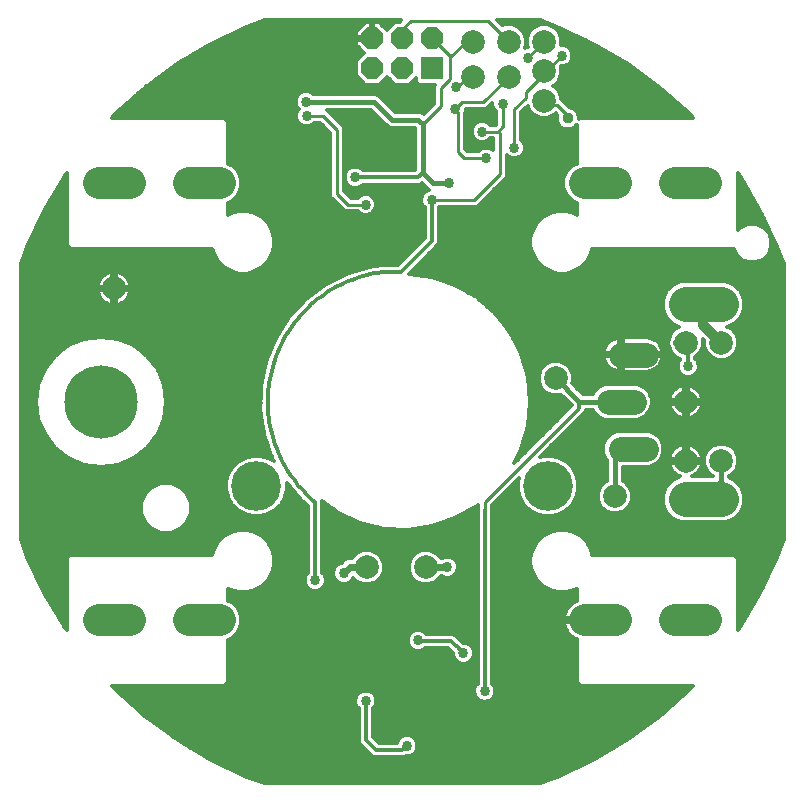
<source format=gbl>
G75*
%MOIN*%
%OFA0B0*%
%FSLAX24Y24*%
%IPPOS*%
%LPD*%
%AMOC8*
5,1,8,0,0,1.08239X$1,22.5*
%
%ADD10C,0.2441*%
%ADD11C,0.0827*%
%ADD12C,0.1181*%
%ADD13R,0.0740X0.0740*%
%ADD14OC8,0.0740*%
%ADD15C,0.1050*%
%ADD16C,0.0787*%
%ADD17C,0.1660*%
%ADD18C,0.0337*%
%ADD19C,0.0240*%
%ADD20C,0.0297*%
%ADD21C,0.0120*%
%ADD22C,0.0100*%
%ADD23C,0.0320*%
%ADD24C,0.0160*%
%ADD25C,0.0376*%
%ADD26C,0.0240*%
D10*
X003920Y013960D03*
D11*
X020849Y013960D02*
X021676Y013960D01*
X022070Y015534D02*
X021243Y015534D01*
X021243Y012385D02*
X022070Y012385D01*
D12*
X023408Y010711D02*
X024589Y010711D01*
X024589Y017208D02*
X023408Y017208D01*
D13*
X014960Y025074D03*
D14*
X013960Y025074D03*
X012960Y025074D03*
X012960Y026074D03*
X013960Y026074D03*
X014960Y026074D03*
D15*
X020035Y021243D02*
X021085Y021243D01*
X023035Y021243D02*
X024085Y021243D01*
X007885Y021243D02*
X006835Y021243D01*
X004885Y021243D02*
X003835Y021243D01*
X003835Y006676D02*
X004885Y006676D01*
X006835Y006676D02*
X007885Y006676D01*
X020035Y006676D02*
X021085Y006676D01*
X023035Y006676D02*
X024085Y006676D01*
D16*
X021046Y010810D03*
X023408Y011991D03*
X024589Y011991D03*
X023408Y013960D03*
X023408Y015928D03*
X024589Y015928D03*
X019078Y014747D03*
X014747Y008448D03*
X012778Y008448D03*
X004353Y017739D03*
X016322Y024786D03*
X017503Y024786D03*
X018684Y024983D03*
X018684Y023999D03*
X018684Y025967D03*
X017503Y025967D03*
X016322Y025967D03*
D17*
X018818Y011154D03*
X009101Y011154D03*
D18*
X009019Y012936D03*
X008940Y014668D03*
X008822Y015889D03*
X007611Y015790D03*
X006578Y014816D03*
X006430Y013192D03*
X005593Y011912D03*
X002293Y011556D03*
X002539Y009484D03*
X010111Y006897D03*
X011056Y008015D03*
X012011Y008245D03*
X011774Y009589D03*
X013782Y008920D03*
X015456Y008448D03*
X015711Y009589D03*
X017444Y010613D03*
X019748Y012492D03*
X018728Y013761D03*
X019836Y016125D03*
X022208Y018113D03*
X023487Y015141D03*
X026398Y015528D03*
X026346Y017608D03*
X026398Y012329D03*
X026368Y010110D03*
X023546Y009393D03*
X021837Y009967D03*
X025436Y007424D03*
X022129Y003694D03*
X020639Y002746D03*
X018428Y001725D03*
X016715Y004314D03*
X015574Y004397D03*
X014431Y004325D03*
X012747Y003983D03*
X011676Y004215D03*
X010155Y004983D03*
X007444Y003029D03*
X009402Y001814D03*
X012818Y001715D03*
X014107Y002493D03*
X015999Y005582D03*
X014486Y006003D03*
X018034Y006906D03*
X005042Y016774D03*
X005295Y018131D03*
X002365Y018226D03*
X002365Y016351D03*
X002490Y020351D03*
X005857Y024406D03*
X008088Y023717D03*
X008924Y023015D03*
X010771Y023487D03*
X010763Y023956D03*
X010723Y025113D03*
X010723Y026392D03*
X008194Y025780D03*
X012503Y023566D03*
X013787Y022916D03*
X013802Y022119D03*
X012532Y022119D03*
X012385Y021440D03*
X012739Y020534D03*
X011794Y020249D03*
X013428Y018950D03*
X014137Y019629D03*
X014944Y020692D03*
X015534Y021243D03*
X016765Y022080D03*
X017700Y022424D03*
X016617Y022965D03*
X016957Y023586D03*
X017306Y023900D03*
X015731Y023704D03*
X015761Y024452D03*
X018143Y025426D03*
X019274Y025495D03*
X022380Y024028D03*
X019388Y022257D03*
X016322Y019334D03*
X015042Y018556D03*
X016952Y018290D03*
X012286Y018556D03*
D19*
X010913Y022444D03*
X010908Y022719D03*
X010633Y022719D03*
X010633Y022444D03*
D20*
X011105Y021479D03*
D21*
X012423Y003854D02*
X004969Y003854D01*
X004838Y003972D02*
X012399Y003972D01*
X012399Y003914D02*
X012452Y003786D01*
X012507Y003730D01*
X012507Y002624D01*
X012543Y002536D01*
X012870Y002209D01*
X012938Y002142D01*
X013026Y002105D01*
X014007Y002105D01*
X014095Y002142D01*
X014098Y002145D01*
X014176Y002145D01*
X014305Y002198D01*
X014403Y002296D01*
X014456Y002424D01*
X014456Y002562D01*
X014403Y002690D01*
X014305Y002788D01*
X014176Y002841D01*
X014038Y002841D01*
X013910Y002788D01*
X013812Y002690D01*
X013768Y002585D01*
X013173Y002585D01*
X012987Y002772D01*
X012987Y003730D01*
X013042Y003786D01*
X013095Y003914D01*
X013095Y004052D01*
X013042Y004181D01*
X012944Y004279D01*
X012816Y004332D01*
X012678Y004332D01*
X012550Y004279D01*
X012452Y004181D01*
X012399Y004052D01*
X012399Y003914D01*
X012414Y004091D02*
X004707Y004091D01*
X004576Y004209D02*
X012480Y004209D01*
X012668Y004328D02*
X004445Y004328D01*
X004383Y004383D02*
X004281Y004496D01*
X008034Y004496D01*
X008140Y004602D01*
X008140Y006019D01*
X008284Y006078D01*
X008482Y006277D01*
X008590Y006536D01*
X008590Y006816D01*
X016475Y006816D01*
X016475Y006698D02*
X008590Y006698D01*
X008590Y006816D02*
X008482Y007075D01*
X008284Y007274D01*
X008140Y007334D01*
X008140Y007734D01*
X008243Y007675D01*
X008508Y007604D01*
X008782Y007604D01*
X009046Y007675D01*
X009284Y007812D01*
X009477Y008006D01*
X009614Y008243D01*
X009685Y008508D01*
X009685Y008782D01*
X009614Y009046D01*
X009477Y009284D01*
X009284Y009477D01*
X009046Y009614D01*
X008782Y009685D01*
X008508Y009685D01*
X008243Y009614D01*
X008006Y009477D01*
X007812Y009284D01*
X007675Y009046D01*
X007624Y008856D01*
X002885Y008856D01*
X002780Y008751D01*
X002780Y006337D01*
X002702Y006443D01*
X002025Y007589D01*
X001467Y008798D01*
X001250Y009382D01*
X001250Y018537D01*
X001467Y019121D01*
X002025Y020330D01*
X002702Y021476D01*
X002780Y021582D01*
X002780Y019168D01*
X002885Y019063D01*
X007624Y019063D01*
X007675Y018873D01*
X007812Y018635D01*
X008006Y018442D01*
X008243Y018305D01*
X008508Y018234D01*
X008782Y018234D01*
X009046Y018305D01*
X009284Y018442D01*
X009477Y018635D01*
X009614Y018873D01*
X009685Y019137D01*
X009685Y019411D01*
X009614Y019676D01*
X009477Y019913D01*
X009284Y020107D01*
X009046Y020244D01*
X008782Y020315D01*
X008508Y020315D01*
X008243Y020244D01*
X008140Y020185D01*
X008140Y020586D01*
X008284Y020645D01*
X008482Y020844D01*
X008590Y021103D01*
X008590Y021383D01*
X008482Y021642D01*
X008284Y021841D01*
X008140Y021900D01*
X008140Y023318D01*
X008034Y023423D01*
X004281Y023423D01*
X004383Y023536D01*
X005371Y024428D01*
X006443Y025217D01*
X007589Y025894D01*
X008798Y026452D01*
X009382Y026669D01*
X013923Y026669D01*
X013877Y026624D01*
X013732Y026624D01*
X013445Y026337D01*
X013179Y026604D01*
X013000Y026604D01*
X013000Y026114D01*
X012920Y026114D01*
X012920Y026604D01*
X012740Y026604D01*
X012430Y026293D01*
X012430Y026114D01*
X012920Y026114D01*
X012920Y026034D01*
X012430Y026034D01*
X012430Y025854D01*
X012696Y025588D01*
X012410Y025302D01*
X006587Y025302D01*
X006397Y025184D02*
X012410Y025184D01*
X012410Y025302D02*
X012410Y024846D01*
X012732Y024524D01*
X013187Y024524D01*
X013460Y024796D01*
X013732Y024524D01*
X014187Y024524D01*
X014410Y024746D01*
X014410Y024629D01*
X014515Y024524D01*
X015035Y024524D01*
X015009Y024498D01*
X015009Y023897D01*
X015002Y023890D01*
X014670Y023558D01*
X014648Y023580D01*
X014553Y023619D01*
X013723Y023619D01*
X013162Y024180D01*
X013066Y024220D01*
X013021Y024220D01*
X013015Y024222D01*
X012969Y024220D01*
X012924Y024220D01*
X012918Y024217D01*
X012886Y024216D01*
X010995Y024216D01*
X010960Y024251D01*
X010832Y024304D01*
X010693Y024304D01*
X010565Y024251D01*
X010467Y024153D01*
X010414Y024025D01*
X010414Y023886D01*
X010467Y023758D01*
X010508Y023717D01*
X010475Y023684D01*
X010422Y023556D01*
X010422Y023418D01*
X010475Y023290D01*
X010573Y023192D01*
X010701Y023139D01*
X010840Y023139D01*
X010968Y023192D01*
X011033Y023257D01*
X011226Y023257D01*
X011564Y022919D01*
X011564Y020793D01*
X011919Y020439D01*
X012053Y020304D01*
X012476Y020304D01*
X012542Y020239D01*
X012670Y020186D01*
X012808Y020186D01*
X012936Y020239D01*
X013034Y020337D01*
X013087Y020465D01*
X013087Y020604D01*
X013034Y020732D01*
X012936Y020830D01*
X012808Y020883D01*
X012670Y020883D01*
X012542Y020830D01*
X012476Y020764D01*
X012244Y020764D01*
X012024Y020984D01*
X012024Y023110D01*
X011889Y023245D01*
X011438Y023696D01*
X012847Y023696D01*
X012853Y023693D01*
X012899Y023696D01*
X012911Y023696D01*
X013395Y023212D01*
X013468Y023139D01*
X013563Y023099D01*
X014389Y023099D01*
X014389Y021680D01*
X012637Y021680D01*
X012582Y021735D01*
X012454Y021788D01*
X012315Y021788D01*
X012187Y021735D01*
X012089Y021637D01*
X012036Y021509D01*
X012036Y021371D01*
X012089Y021242D01*
X012187Y021144D01*
X012315Y021091D01*
X012454Y021091D01*
X012582Y021144D01*
X012637Y021200D01*
X014549Y021200D01*
X014633Y021235D01*
X014765Y021103D01*
X014802Y021066D01*
X014842Y021027D01*
X014746Y020987D01*
X014648Y020889D01*
X014595Y020761D01*
X014595Y020623D01*
X014648Y020494D01*
X014704Y020439D01*
X014704Y019423D01*
X013811Y018530D01*
X013454Y018530D01*
X013443Y018534D01*
X013407Y018530D01*
X013370Y018530D01*
X013360Y018526D01*
X012981Y018490D01*
X012981Y018490D01*
X012178Y018263D01*
X011430Y017896D01*
X010760Y017399D01*
X010191Y016790D01*
X009741Y016088D01*
X009425Y015317D01*
X009253Y014501D01*
X009231Y013668D01*
X009359Y012844D01*
X009634Y012057D01*
X009671Y011991D01*
X009491Y012096D01*
X009234Y012164D01*
X008968Y012164D01*
X008711Y012096D01*
X008481Y011963D01*
X008293Y011775D01*
X008160Y011544D01*
X008091Y011287D01*
X008091Y011021D01*
X008160Y010765D01*
X008293Y010534D01*
X008481Y010346D01*
X008711Y010213D01*
X008968Y010144D01*
X009234Y010144D01*
X009491Y010213D01*
X009721Y010346D01*
X009909Y010534D01*
X010042Y010765D01*
X010111Y011021D01*
X010111Y011255D01*
X010582Y010694D01*
X010582Y010694D01*
X010816Y010500D01*
X010816Y008267D01*
X010761Y008212D01*
X010708Y008084D01*
X010708Y007945D01*
X010761Y007817D01*
X010859Y007719D01*
X010987Y007666D01*
X011125Y007666D01*
X011253Y007719D01*
X011351Y007817D01*
X011404Y007945D01*
X011404Y008084D01*
X011351Y008212D01*
X011296Y008267D01*
X011296Y010577D01*
X011299Y010588D01*
X011296Y010624D01*
X011296Y010637D01*
X011824Y010261D01*
X011824Y010261D01*
X012563Y009924D01*
X013352Y009733D01*
X014163Y009694D01*
X014966Y009809D01*
X015734Y010075D01*
X016437Y010481D01*
X016485Y010523D01*
X016485Y010439D01*
X016475Y010415D01*
X016475Y004567D01*
X016420Y004511D01*
X016367Y004383D01*
X016367Y004245D01*
X016420Y004116D01*
X016518Y004018D01*
X016646Y003965D01*
X016785Y003965D01*
X016913Y004018D01*
X017011Y004116D01*
X017064Y004245D01*
X017064Y004383D01*
X017011Y004511D01*
X016955Y004567D01*
X016955Y010415D01*
X016945Y010439D01*
X016945Y010518D01*
X017842Y011415D01*
X017808Y011287D01*
X017808Y011021D01*
X017877Y010765D01*
X018010Y010534D01*
X018198Y010346D01*
X018428Y010213D01*
X018685Y010144D01*
X018951Y010144D01*
X019208Y010213D01*
X019438Y010346D01*
X019626Y010534D01*
X019759Y010765D01*
X019828Y011021D01*
X019828Y011287D01*
X019759Y011544D01*
X019626Y011775D01*
X019438Y011963D01*
X019208Y012096D01*
X018951Y012164D01*
X018685Y012164D01*
X018558Y012130D01*
X019977Y013549D01*
X020001Y013559D01*
X020069Y013627D01*
X020079Y013651D01*
X020095Y013667D01*
X020095Y013691D01*
X020099Y013700D01*
X020315Y013700D01*
X020346Y013623D01*
X020513Y013456D01*
X020731Y013366D01*
X021794Y013366D01*
X022012Y013456D01*
X022179Y013623D01*
X022269Y013841D01*
X022269Y014078D01*
X022179Y014296D01*
X022012Y014463D01*
X021794Y014553D01*
X020731Y014553D01*
X020513Y014463D01*
X020346Y014296D01*
X020315Y014220D01*
X019973Y014220D01*
X019624Y014568D01*
X019651Y014633D01*
X019651Y014861D01*
X019564Y015072D01*
X019403Y015233D01*
X019192Y015321D01*
X018964Y015321D01*
X018753Y015233D01*
X018591Y015072D01*
X018504Y014861D01*
X018504Y014633D01*
X018591Y014422D01*
X018753Y014261D01*
X018964Y014173D01*
X019192Y014173D01*
X019257Y014200D01*
X019617Y013840D01*
X017684Y011907D01*
X017924Y012372D01*
X017924Y012372D01*
X018153Y013151D01*
X018153Y013151D01*
X018230Y013960D01*
X018153Y014768D01*
X017924Y015547D01*
X017552Y016268D01*
X017552Y016268D01*
X017050Y016906D01*
X017050Y016906D01*
X016437Y017438D01*
X016437Y017438D01*
X015734Y017844D01*
X015734Y017844D01*
X014966Y018110D01*
X014182Y018222D01*
X015080Y019120D01*
X015147Y019188D01*
X015184Y019276D01*
X015184Y020439D01*
X015207Y020462D01*
X016456Y020462D01*
X017303Y021308D01*
X017438Y021443D01*
X017438Y022193D01*
X017502Y022129D01*
X017630Y022076D01*
X017769Y022076D01*
X017897Y022129D01*
X017995Y022227D01*
X018048Y022355D01*
X018048Y022493D01*
X017995Y022621D01*
X017930Y022687D01*
X017930Y023608D01*
X018138Y023817D01*
X018198Y023674D01*
X018359Y023513D01*
X018570Y023425D01*
X018798Y023425D01*
X019009Y023513D01*
X019075Y023578D01*
X019123Y023530D01*
X019103Y023482D01*
X019103Y023335D01*
X019159Y023200D01*
X019263Y023096D01*
X019398Y023040D01*
X019545Y023040D01*
X019680Y023096D01*
X019780Y023196D01*
X019780Y021900D01*
X019635Y021841D01*
X019437Y021642D01*
X019330Y021383D01*
X019330Y021103D01*
X019437Y020844D01*
X019635Y020645D01*
X019780Y020586D01*
X019780Y020185D01*
X019676Y020244D01*
X019411Y020315D01*
X019137Y020315D01*
X018873Y020244D01*
X018635Y020107D01*
X018442Y019913D01*
X018305Y019676D01*
X018234Y019411D01*
X018234Y019137D01*
X018305Y018873D01*
X018442Y018635D01*
X018635Y018442D01*
X018873Y018305D01*
X019137Y018234D01*
X019411Y018234D01*
X019676Y018305D01*
X019913Y018442D01*
X020107Y018635D01*
X020244Y018873D01*
X020295Y019063D01*
X025002Y019063D01*
X025078Y018881D01*
X025259Y018700D01*
X025495Y018602D01*
X025751Y018602D01*
X025987Y018700D01*
X026168Y018881D01*
X026266Y019117D01*
X026266Y019373D01*
X026168Y019609D01*
X025987Y019790D01*
X025751Y019888D01*
X025495Y019888D01*
X025259Y019790D01*
X025140Y019671D01*
X025140Y021582D01*
X025217Y021476D01*
X025894Y020330D01*
X026452Y019121D01*
X026669Y018537D01*
X026669Y009382D01*
X026452Y008798D01*
X025894Y007589D01*
X025217Y006443D01*
X025140Y006337D01*
X025140Y008751D01*
X025034Y008856D01*
X020295Y008856D01*
X020244Y009046D01*
X020107Y009284D01*
X019913Y009477D01*
X019676Y009614D01*
X019411Y009685D01*
X019137Y009685D01*
X018873Y009614D01*
X018635Y009477D01*
X018442Y009284D01*
X018305Y009046D01*
X018234Y008782D01*
X018234Y008508D01*
X018305Y008243D01*
X018442Y008006D01*
X018635Y007812D01*
X018873Y007675D01*
X019137Y007604D01*
X019411Y007604D01*
X019676Y007675D01*
X019780Y007734D01*
X019780Y007312D01*
X019731Y007292D01*
X019653Y007247D01*
X019582Y007192D01*
X019518Y007129D01*
X019464Y007057D01*
X019419Y006980D01*
X019384Y006897D01*
X019361Y006810D01*
X019352Y006736D01*
X019780Y006736D01*
X019780Y006616D01*
X019352Y006616D01*
X019361Y006542D01*
X019384Y006455D01*
X019419Y006372D01*
X019464Y006295D01*
X019518Y006223D01*
X019582Y006160D01*
X019653Y006105D01*
X019731Y006060D01*
X019780Y006040D01*
X019780Y004602D01*
X019885Y004496D01*
X023638Y004496D01*
X023536Y004383D01*
X022548Y003491D01*
X021476Y002702D01*
X020330Y002025D01*
X019121Y001467D01*
X018537Y001250D01*
X009382Y001250D01*
X008798Y001467D01*
X007589Y002025D01*
X006443Y002702D01*
X005371Y003491D01*
X004383Y004383D01*
X004326Y004446D02*
X016393Y004446D01*
X016367Y004328D02*
X012826Y004328D01*
X013014Y004209D02*
X016382Y004209D01*
X016446Y004091D02*
X013080Y004091D01*
X013095Y003972D02*
X016630Y003972D01*
X016801Y003972D02*
X023081Y003972D01*
X022950Y003854D02*
X013070Y003854D01*
X012992Y003735D02*
X022819Y003735D01*
X022688Y003617D02*
X012987Y003617D01*
X012987Y003498D02*
X022557Y003498D01*
X022397Y003380D02*
X012987Y003380D01*
X012987Y003261D02*
X022236Y003261D01*
X022075Y003143D02*
X012987Y003143D01*
X012987Y003024D02*
X021914Y003024D01*
X021753Y002906D02*
X012987Y002906D01*
X012987Y002787D02*
X013908Y002787D01*
X013803Y002669D02*
X013090Y002669D01*
X013074Y002345D02*
X013960Y002345D01*
X014107Y002493D01*
X014412Y002669D02*
X021419Y002669D01*
X021592Y002787D02*
X014306Y002787D01*
X014456Y002550D02*
X021219Y002550D01*
X021018Y002432D02*
X014456Y002432D01*
X014410Y002313D02*
X020817Y002313D01*
X020617Y002195D02*
X014297Y002195D01*
X013074Y002345D02*
X012747Y002672D01*
X012747Y003983D01*
X012502Y003735D02*
X005100Y003735D01*
X005231Y003617D02*
X012507Y003617D01*
X012507Y003498D02*
X005362Y003498D01*
X005522Y003380D02*
X012507Y003380D01*
X012507Y003261D02*
X005683Y003261D01*
X005844Y003143D02*
X012507Y003143D01*
X012507Y003024D02*
X006005Y003024D01*
X006166Y002906D02*
X012507Y002906D01*
X012507Y002787D02*
X006327Y002787D01*
X006500Y002669D02*
X012507Y002669D01*
X012538Y002550D02*
X006700Y002550D01*
X006901Y002432D02*
X012648Y002432D01*
X012767Y002313D02*
X007102Y002313D01*
X007302Y002195D02*
X012885Y002195D01*
X009072Y001365D02*
X018847Y001365D01*
X019156Y001484D02*
X008763Y001484D01*
X008506Y001602D02*
X019413Y001602D01*
X019670Y001721D02*
X008249Y001721D01*
X007993Y001839D02*
X019926Y001839D01*
X020183Y001958D02*
X007736Y001958D01*
X007503Y002076D02*
X020416Y002076D01*
X023212Y004091D02*
X016985Y004091D01*
X017049Y004209D02*
X023343Y004209D01*
X023474Y004328D02*
X017064Y004328D01*
X017038Y004446D02*
X023593Y004446D01*
X025140Y006342D02*
X025143Y006342D01*
X025140Y006461D02*
X025227Y006461D01*
X025297Y006579D02*
X025140Y006579D01*
X025140Y006698D02*
X025367Y006698D01*
X025437Y006816D02*
X025140Y006816D01*
X025140Y006935D02*
X025507Y006935D01*
X025577Y007053D02*
X025140Y007053D01*
X025140Y007172D02*
X025647Y007172D01*
X025717Y007290D02*
X025140Y007290D01*
X025140Y007409D02*
X025787Y007409D01*
X025857Y007527D02*
X025140Y007527D01*
X025140Y007646D02*
X025920Y007646D01*
X025975Y007764D02*
X025140Y007764D01*
X025140Y007883D02*
X026029Y007883D01*
X026084Y008001D02*
X025140Y008001D01*
X025140Y008120D02*
X026139Y008120D01*
X026193Y008238D02*
X025140Y008238D01*
X025140Y008357D02*
X026248Y008357D01*
X026303Y008475D02*
X025140Y008475D01*
X025140Y008594D02*
X026357Y008594D01*
X026412Y008712D02*
X025140Y008712D01*
X025060Y008831D02*
X026464Y008831D01*
X026508Y008949D02*
X020270Y008949D01*
X020232Y009068D02*
X026552Y009068D01*
X026596Y009186D02*
X020164Y009186D01*
X020086Y009305D02*
X026641Y009305D01*
X026669Y009423D02*
X019968Y009423D01*
X019802Y009542D02*
X026669Y009542D01*
X026669Y009660D02*
X019506Y009660D01*
X019043Y009660D02*
X016955Y009660D01*
X016955Y009542D02*
X018747Y009542D01*
X018581Y009423D02*
X016955Y009423D01*
X016955Y009305D02*
X018463Y009305D01*
X018385Y009186D02*
X016955Y009186D01*
X016955Y009068D02*
X018317Y009068D01*
X018279Y008949D02*
X016955Y008949D01*
X016955Y008831D02*
X018247Y008831D01*
X018234Y008712D02*
X016955Y008712D01*
X016955Y008594D02*
X018234Y008594D01*
X018242Y008475D02*
X016955Y008475D01*
X016955Y008357D02*
X018274Y008357D01*
X018308Y008238D02*
X016955Y008238D01*
X016955Y008120D02*
X018376Y008120D01*
X018446Y008001D02*
X016955Y008001D01*
X016955Y007883D02*
X018565Y007883D01*
X018718Y007764D02*
X016955Y007764D01*
X016955Y007646D02*
X018982Y007646D01*
X019567Y007646D02*
X019780Y007646D01*
X019780Y007527D02*
X016955Y007527D01*
X016955Y007409D02*
X019780Y007409D01*
X019728Y007290D02*
X016955Y007290D01*
X016955Y007172D02*
X019561Y007172D01*
X019461Y007053D02*
X016955Y007053D01*
X016955Y006935D02*
X019400Y006935D01*
X019363Y006816D02*
X016955Y006816D01*
X016955Y006698D02*
X019780Y006698D01*
X019356Y006579D02*
X016955Y006579D01*
X016955Y006461D02*
X019383Y006461D01*
X019436Y006342D02*
X016955Y006342D01*
X016955Y006224D02*
X019518Y006224D01*
X019654Y006105D02*
X016955Y006105D01*
X016955Y005987D02*
X019780Y005987D01*
X019780Y005868D02*
X016955Y005868D01*
X016955Y005750D02*
X019780Y005750D01*
X019780Y005631D02*
X016955Y005631D01*
X016955Y005513D02*
X019780Y005513D01*
X019780Y005394D02*
X016955Y005394D01*
X016955Y005276D02*
X019780Y005276D01*
X019780Y005157D02*
X016955Y005157D01*
X016955Y005039D02*
X019780Y005039D01*
X019780Y004920D02*
X016955Y004920D01*
X016955Y004802D02*
X019780Y004802D01*
X019780Y004683D02*
X016955Y004683D01*
X016958Y004565D02*
X019817Y004565D01*
X016715Y004314D02*
X016715Y010367D01*
X016475Y010371D02*
X016246Y010371D01*
X016437Y010481D02*
X016437Y010481D01*
X016447Y010490D02*
X016485Y010490D01*
X016475Y010253D02*
X016041Y010253D01*
X015836Y010134D02*
X016475Y010134D01*
X016475Y010016D02*
X015562Y010016D01*
X015219Y009897D02*
X016475Y009897D01*
X016475Y009779D02*
X014751Y009779D01*
X014163Y009694D02*
X014163Y009694D01*
X014458Y008949D02*
X013067Y008949D01*
X013103Y008934D02*
X012893Y009021D01*
X012664Y009021D01*
X012453Y008934D01*
X012292Y008773D01*
X012282Y008748D01*
X012154Y008748D01*
X012044Y008702D01*
X011930Y008588D01*
X011813Y008540D01*
X011715Y008442D01*
X011662Y008314D01*
X011662Y008175D01*
X011715Y008047D01*
X011813Y007949D01*
X011941Y007896D01*
X012080Y007896D01*
X012208Y007949D01*
X012306Y008047D01*
X012324Y008091D01*
X012453Y007961D01*
X012664Y007874D01*
X012893Y007874D01*
X013103Y007961D01*
X013265Y008123D01*
X013352Y008334D01*
X013352Y008562D01*
X013265Y008773D01*
X013103Y008934D01*
X013207Y008831D02*
X014318Y008831D01*
X014261Y008773D02*
X014173Y008562D01*
X014173Y008334D01*
X014261Y008123D01*
X014422Y007961D01*
X014633Y007874D01*
X014861Y007874D01*
X015072Y007961D01*
X015233Y008123D01*
X015244Y008148D01*
X015269Y008148D01*
X015386Y008099D01*
X015525Y008099D01*
X015653Y008152D01*
X015751Y008250D01*
X015804Y008378D01*
X015804Y008517D01*
X015751Y008645D01*
X015653Y008743D01*
X015525Y008796D01*
X015386Y008796D01*
X015269Y008748D01*
X015244Y008748D01*
X015233Y008773D01*
X015072Y008934D01*
X014861Y009021D01*
X014633Y009021D01*
X014422Y008934D01*
X014261Y008773D01*
X014235Y008712D02*
X013290Y008712D01*
X013339Y008594D02*
X014186Y008594D01*
X014173Y008475D02*
X013352Y008475D01*
X013352Y008357D02*
X014173Y008357D01*
X014213Y008238D02*
X013313Y008238D01*
X013262Y008120D02*
X014264Y008120D01*
X014382Y008001D02*
X013143Y008001D01*
X012913Y007883D02*
X014612Y007883D01*
X014882Y007883D02*
X016475Y007883D01*
X016475Y008001D02*
X015112Y008001D01*
X015230Y008120D02*
X015337Y008120D01*
X015574Y008120D02*
X016475Y008120D01*
X016475Y008238D02*
X015739Y008238D01*
X015795Y008357D02*
X016475Y008357D01*
X016475Y008475D02*
X015804Y008475D01*
X015772Y008594D02*
X016475Y008594D01*
X016475Y008712D02*
X015684Y008712D01*
X015175Y008831D02*
X016475Y008831D01*
X016475Y008949D02*
X015036Y008949D01*
X016475Y009068D02*
X011296Y009068D01*
X011296Y009186D02*
X016475Y009186D01*
X016475Y009305D02*
X011296Y009305D01*
X011296Y009423D02*
X016475Y009423D01*
X016475Y009542D02*
X011296Y009542D01*
X011296Y009660D02*
X016475Y009660D01*
X016955Y009779D02*
X026669Y009779D01*
X026669Y009897D02*
X016955Y009897D01*
X016955Y010016D02*
X023075Y010016D01*
X022972Y010058D02*
X022755Y010275D01*
X022638Y010558D01*
X022638Y010865D01*
X022755Y011148D01*
X022972Y011365D01*
X023223Y011469D01*
X023196Y011478D01*
X023118Y011517D01*
X023048Y011569D01*
X022986Y011630D01*
X022935Y011701D01*
X022895Y011778D01*
X022868Y011861D01*
X022857Y011931D01*
X023348Y011931D01*
X023348Y012051D01*
X022857Y012051D01*
X022868Y012121D01*
X022895Y012204D01*
X022935Y012281D01*
X022986Y012352D01*
X023048Y012413D01*
X023118Y012465D01*
X023196Y012504D01*
X023279Y012531D01*
X023348Y012542D01*
X023348Y012051D01*
X023468Y012051D01*
X023468Y012542D01*
X023538Y012531D01*
X023621Y012504D01*
X024329Y012504D01*
X024264Y012477D02*
X024103Y012316D01*
X024016Y012105D01*
X024016Y011877D01*
X024103Y011666D01*
X024264Y011505D01*
X024319Y011482D01*
X023629Y011482D01*
X023699Y011517D01*
X023769Y011569D01*
X023831Y011630D01*
X023882Y011701D01*
X023921Y011778D01*
X023948Y011861D01*
X023959Y011931D01*
X023468Y011931D01*
X023468Y012051D01*
X023959Y012051D01*
X023948Y012121D01*
X023921Y012204D01*
X023882Y012281D01*
X023831Y012352D01*
X023769Y012413D01*
X023699Y012465D01*
X023621Y012504D01*
X023468Y012504D02*
X023348Y012504D01*
X023348Y012386D02*
X023468Y012386D01*
X023468Y012267D02*
X023348Y012267D01*
X023348Y012149D02*
X023468Y012149D01*
X023468Y012030D02*
X024016Y012030D01*
X024016Y011912D02*
X023956Y011912D01*
X023926Y011793D02*
X024050Y011793D01*
X024100Y011675D02*
X023863Y011675D01*
X023752Y011556D02*
X024213Y011556D01*
X024034Y012149D02*
X023939Y012149D01*
X023889Y012267D02*
X024083Y012267D01*
X024173Y012386D02*
X023797Y012386D01*
X024264Y012477D02*
X024475Y012565D01*
X024704Y012565D01*
X024914Y012477D01*
X025076Y012316D01*
X025163Y012105D01*
X025163Y011877D01*
X025076Y011666D01*
X024914Y011505D01*
X024849Y011478D01*
X024849Y011438D01*
X025026Y011365D01*
X025243Y011148D01*
X025360Y010865D01*
X025360Y010558D01*
X025243Y010275D01*
X025026Y010058D01*
X024743Y009941D01*
X023255Y009941D01*
X022972Y010058D01*
X022896Y010134D02*
X016955Y010134D01*
X016955Y010253D02*
X018360Y010253D01*
X018173Y010371D02*
X016955Y010371D01*
X016945Y010490D02*
X018055Y010490D01*
X017967Y010608D02*
X017036Y010608D01*
X017154Y010727D02*
X017899Y010727D01*
X017856Y010845D02*
X017273Y010845D01*
X017391Y010964D02*
X017824Y010964D01*
X017808Y011082D02*
X017510Y011082D01*
X017628Y011201D02*
X017808Y011201D01*
X017817Y011319D02*
X017747Y011319D01*
X017689Y011912D02*
X017686Y011912D01*
X017748Y012030D02*
X017807Y012030D01*
X017809Y012149D02*
X017926Y012149D01*
X017870Y012267D02*
X018044Y012267D01*
X017928Y012386D02*
X018163Y012386D01*
X018281Y012504D02*
X017963Y012504D01*
X017998Y012623D02*
X018400Y012623D01*
X018518Y012741D02*
X018032Y012741D01*
X018067Y012860D02*
X018637Y012860D01*
X018755Y012978D02*
X018102Y012978D01*
X018137Y013097D02*
X018874Y013097D01*
X018992Y013215D02*
X018159Y013215D01*
X018170Y013334D02*
X019111Y013334D01*
X019229Y013452D02*
X018181Y013452D01*
X018193Y013571D02*
X019348Y013571D01*
X019466Y013689D02*
X018204Y013689D01*
X018215Y013808D02*
X019585Y013808D01*
X019531Y013926D02*
X018227Y013926D01*
X018230Y013960D02*
X018230Y013960D01*
X018222Y014045D02*
X019412Y014045D01*
X019294Y014163D02*
X018211Y014163D01*
X018199Y014282D02*
X018732Y014282D01*
X018613Y014400D02*
X018188Y014400D01*
X018177Y014519D02*
X018551Y014519D01*
X018504Y014637D02*
X018165Y014637D01*
X018154Y014756D02*
X018504Y014756D01*
X018509Y014874D02*
X018122Y014874D01*
X018153Y014768D02*
X018153Y014768D01*
X018087Y014993D02*
X018558Y014993D01*
X018630Y015111D02*
X018052Y015111D01*
X018017Y015230D02*
X018749Y015230D01*
X019406Y015230D02*
X020756Y015230D01*
X020753Y015234D02*
X020806Y015161D01*
X020869Y015097D01*
X020942Y015044D01*
X021023Y015003D01*
X021109Y014975D01*
X021183Y014963D01*
X021183Y015474D01*
X021303Y015474D01*
X021303Y014961D01*
X022115Y014961D01*
X022204Y014975D01*
X022290Y015003D01*
X022370Y015044D01*
X022443Y015097D01*
X022507Y015161D01*
X022560Y015234D01*
X022601Y015314D01*
X022629Y015400D01*
X022641Y015474D01*
X021303Y015474D01*
X021303Y015594D01*
X022641Y015594D01*
X022629Y015669D01*
X022601Y015754D01*
X022560Y015835D01*
X022507Y015908D01*
X022443Y015972D01*
X022370Y016025D01*
X022290Y016066D01*
X022204Y016094D01*
X022115Y016108D01*
X021303Y016108D01*
X021303Y015594D01*
X021183Y015594D01*
X021183Y015474D01*
X020672Y015474D01*
X020684Y015400D01*
X020712Y015314D01*
X020753Y015234D01*
X020701Y015348D02*
X017982Y015348D01*
X017948Y015467D02*
X020673Y015467D01*
X020672Y015594D02*
X021183Y015594D01*
X021183Y016105D01*
X021109Y016094D01*
X021023Y016066D01*
X020942Y016025D01*
X020869Y015972D01*
X020806Y015908D01*
X020753Y015835D01*
X020712Y015754D01*
X020684Y015669D01*
X020672Y015594D01*
X020695Y015704D02*
X017843Y015704D01*
X017782Y015822D02*
X020746Y015822D01*
X020838Y015941D02*
X017721Y015941D01*
X017660Y016059D02*
X021010Y016059D01*
X021183Y016059D02*
X021303Y016059D01*
X021303Y015941D02*
X021183Y015941D01*
X021183Y015822D02*
X021303Y015822D01*
X021303Y015704D02*
X021183Y015704D01*
X021183Y015585D02*
X017904Y015585D01*
X017924Y015547D02*
X017924Y015547D01*
X017599Y016178D02*
X022891Y016178D01*
X022922Y016253D02*
X022835Y016042D01*
X022835Y016026D01*
X022822Y015996D01*
X022822Y015860D01*
X022835Y015831D01*
X022835Y015814D01*
X022922Y015603D01*
X023083Y015442D01*
X023233Y015380D01*
X023192Y015338D01*
X023139Y015210D01*
X023139Y015071D01*
X023192Y014943D01*
X023290Y014845D01*
X023418Y014792D01*
X023556Y014792D01*
X023684Y014845D01*
X023782Y014943D01*
X023836Y015071D01*
X023836Y015210D01*
X023782Y015338D01*
X023727Y015393D01*
X023727Y015439D01*
X023733Y015442D01*
X023895Y015603D01*
X023982Y015814D01*
X023982Y016042D01*
X023973Y016063D01*
X024016Y016021D01*
X024016Y015814D01*
X024103Y015603D01*
X024264Y015442D01*
X024475Y015354D01*
X024704Y015354D01*
X024914Y015442D01*
X025076Y015603D01*
X025163Y015814D01*
X025163Y016042D01*
X025076Y016253D01*
X024914Y016414D01*
X024914Y016415D02*
X026669Y016415D01*
X026669Y016533D02*
X024975Y016533D01*
X025026Y016554D02*
X025243Y016771D01*
X025360Y017054D01*
X025360Y017361D01*
X025243Y017644D01*
X025026Y017861D01*
X024743Y017978D01*
X023255Y017978D01*
X022972Y017861D01*
X022755Y017644D01*
X022638Y017361D01*
X022638Y017054D01*
X022755Y016771D01*
X022972Y016554D01*
X023197Y016461D01*
X023083Y016414D01*
X022922Y016253D01*
X022965Y016296D02*
X017530Y016296D01*
X017437Y016415D02*
X023084Y016415D01*
X023023Y016533D02*
X017344Y016533D01*
X017251Y016652D02*
X022875Y016652D01*
X022756Y016770D02*
X017157Y016770D01*
X017064Y016889D02*
X022706Y016889D01*
X022657Y017007D02*
X016934Y017007D01*
X017050Y016906D02*
X017050Y016906D01*
X016797Y017126D02*
X022638Y017126D01*
X022638Y017244D02*
X016661Y017244D01*
X016524Y017363D02*
X022639Y017363D01*
X022688Y017481D02*
X016362Y017481D01*
X016157Y017600D02*
X022737Y017600D01*
X022829Y017718D02*
X015952Y017718D01*
X015747Y017837D02*
X022948Y017837D01*
X023199Y017955D02*
X015413Y017955D01*
X015070Y018074D02*
X026669Y018074D01*
X026669Y018192D02*
X014393Y018192D01*
X014270Y018311D02*
X018863Y018311D01*
X018657Y018429D02*
X014389Y018429D01*
X014507Y018548D02*
X018530Y018548D01*
X018424Y018666D02*
X014626Y018666D01*
X014744Y018785D02*
X018356Y018785D01*
X018297Y018903D02*
X014863Y018903D01*
X014981Y019022D02*
X018265Y019022D01*
X018234Y019140D02*
X015100Y019140D01*
X015177Y019259D02*
X018234Y019259D01*
X018234Y019377D02*
X015184Y019377D01*
X015184Y019496D02*
X018256Y019496D01*
X018288Y019614D02*
X015184Y019614D01*
X015184Y019733D02*
X018337Y019733D01*
X018406Y019851D02*
X015184Y019851D01*
X015184Y019970D02*
X018498Y019970D01*
X018616Y020088D02*
X015184Y020088D01*
X015184Y020207D02*
X018807Y020207D01*
X019481Y020799D02*
X016794Y020799D01*
X016912Y020918D02*
X019406Y020918D01*
X019357Y021036D02*
X017031Y021036D01*
X017149Y021155D02*
X019330Y021155D01*
X019330Y021273D02*
X017268Y021273D01*
X017386Y021392D02*
X019333Y021392D01*
X019382Y021510D02*
X017438Y021510D01*
X017438Y021629D02*
X019431Y021629D01*
X019542Y021747D02*
X017438Y021747D01*
X017438Y021866D02*
X019695Y021866D01*
X019780Y021984D02*
X017438Y021984D01*
X017438Y022103D02*
X017565Y022103D01*
X017834Y022103D02*
X019780Y022103D01*
X019780Y022221D02*
X017989Y022221D01*
X018042Y022340D02*
X019780Y022340D01*
X019780Y022458D02*
X018048Y022458D01*
X018014Y022577D02*
X019780Y022577D01*
X019780Y022695D02*
X017930Y022695D01*
X017930Y022814D02*
X019780Y022814D01*
X019780Y022932D02*
X017930Y022932D01*
X017930Y023051D02*
X019373Y023051D01*
X019569Y023051D02*
X019780Y023051D01*
X019780Y023169D02*
X019753Y023169D01*
X019839Y023377D02*
X019839Y023482D01*
X019783Y023617D01*
X019680Y023720D01*
X019545Y023776D01*
X019527Y023776D01*
X019357Y023947D01*
X019258Y024046D01*
X019258Y024113D01*
X019170Y024324D01*
X019009Y024485D01*
X018995Y024491D01*
X019009Y024497D01*
X019170Y024658D01*
X019258Y024869D01*
X019258Y025097D01*
X019241Y025137D01*
X019251Y025147D01*
X019344Y025147D01*
X019472Y025200D01*
X019570Y025298D01*
X019623Y025426D01*
X019623Y025564D01*
X019570Y025692D01*
X019472Y025790D01*
X019344Y025843D01*
X019254Y025843D01*
X019258Y025853D01*
X019258Y026082D01*
X019170Y026292D01*
X019009Y026454D01*
X018798Y026541D01*
X018570Y026541D01*
X018359Y026454D01*
X018198Y026292D01*
X018110Y026082D01*
X018110Y025853D01*
X018143Y025774D01*
X018073Y025774D01*
X018038Y025760D01*
X018077Y025853D01*
X018077Y026082D01*
X017989Y026292D01*
X017828Y026454D01*
X017617Y026541D01*
X017389Y026541D01*
X017294Y026502D01*
X017126Y026669D01*
X018537Y026669D01*
X019121Y026452D01*
X020330Y025894D01*
X021476Y025217D01*
X022548Y024428D01*
X023536Y023536D01*
X023638Y023423D01*
X019885Y023423D01*
X019839Y023377D01*
X019839Y023406D02*
X019868Y023406D01*
X019822Y023525D02*
X023546Y023525D01*
X023417Y023643D02*
X019757Y023643D01*
X019581Y023762D02*
X023286Y023762D01*
X023155Y023880D02*
X019423Y023880D01*
X019357Y023947D02*
X019357Y023947D01*
X019305Y023999D02*
X023024Y023999D01*
X022893Y024117D02*
X019256Y024117D01*
X019207Y024236D02*
X022762Y024236D01*
X022631Y024354D02*
X019140Y024354D01*
X019022Y024473D02*
X022488Y024473D01*
X022327Y024591D02*
X019103Y024591D01*
X019192Y024710D02*
X022166Y024710D01*
X022005Y024828D02*
X019241Y024828D01*
X019258Y024947D02*
X021844Y024947D01*
X021683Y025065D02*
X019258Y025065D01*
X019433Y025184D02*
X021522Y025184D01*
X021332Y025302D02*
X019572Y025302D01*
X019621Y025421D02*
X021132Y025421D01*
X020931Y025539D02*
X019623Y025539D01*
X019584Y025658D02*
X020730Y025658D01*
X020529Y025776D02*
X019486Y025776D01*
X019258Y025895D02*
X020328Y025895D01*
X020072Y026013D02*
X019258Y026013D01*
X019237Y026132D02*
X019815Y026132D01*
X019558Y026250D02*
X019188Y026250D01*
X019094Y026369D02*
X019301Y026369D01*
X019026Y026487D02*
X018929Y026487D01*
X018708Y026606D02*
X017190Y026606D01*
X017747Y026487D02*
X018439Y026487D01*
X018274Y026369D02*
X017913Y026369D01*
X018007Y026250D02*
X018180Y026250D01*
X018131Y026132D02*
X018056Y026132D01*
X018077Y026013D02*
X018110Y026013D01*
X018110Y025895D02*
X018077Y025895D01*
X018045Y025776D02*
X018142Y025776D01*
X018083Y023762D02*
X018161Y023762D01*
X018228Y023643D02*
X017964Y023643D01*
X017930Y023525D02*
X018347Y023525D01*
X017930Y023406D02*
X019103Y023406D01*
X019121Y023525D02*
X019021Y023525D01*
X019123Y023288D02*
X017930Y023288D01*
X017930Y023169D02*
X019190Y023169D01*
X017076Y023208D02*
X017069Y023201D01*
X017063Y023195D01*
X016880Y023195D01*
X016814Y023261D01*
X016686Y023314D01*
X016548Y023314D01*
X016420Y023261D01*
X016322Y023163D01*
X016269Y023035D01*
X016269Y022896D01*
X016322Y022768D01*
X016420Y022670D01*
X016548Y022617D01*
X016686Y022617D01*
X016814Y022670D01*
X016880Y022735D01*
X016978Y022735D01*
X016978Y022359D01*
X016962Y022375D01*
X016834Y022428D01*
X016695Y022428D01*
X016567Y022375D01*
X016502Y022310D01*
X016122Y022310D01*
X016060Y022372D01*
X016060Y023500D01*
X016060Y023586D01*
X016080Y023634D01*
X016080Y023710D01*
X016752Y023710D01*
X016958Y023916D01*
X016958Y023831D01*
X017011Y023703D01*
X017076Y023638D01*
X017076Y023208D01*
X017069Y023201D02*
X017069Y023201D01*
X017076Y023288D02*
X016750Y023288D01*
X016484Y023288D02*
X016060Y023288D01*
X016060Y023406D02*
X017076Y023406D01*
X017076Y023525D02*
X016060Y023525D01*
X016060Y023500D02*
X016060Y023500D01*
X016080Y023643D02*
X017071Y023643D01*
X016986Y023762D02*
X016803Y023762D01*
X016922Y023880D02*
X016958Y023880D01*
X016328Y023169D02*
X016060Y023169D01*
X016060Y023051D02*
X016275Y023051D01*
X016269Y022932D02*
X016060Y022932D01*
X016060Y022814D02*
X016303Y022814D01*
X016395Y022695D02*
X016060Y022695D01*
X016060Y022577D02*
X016978Y022577D01*
X016978Y022695D02*
X016839Y022695D01*
X016978Y022458D02*
X016060Y022458D01*
X016092Y022340D02*
X016532Y022340D01*
X014649Y021587D02*
X014501Y021440D01*
X012385Y021440D01*
X012554Y021747D02*
X014389Y021747D01*
X014389Y021866D02*
X012024Y021866D01*
X012024Y021984D02*
X014389Y021984D01*
X014389Y022103D02*
X012024Y022103D01*
X012024Y022221D02*
X014389Y022221D01*
X014389Y022340D02*
X012024Y022340D01*
X012024Y022458D02*
X014389Y022458D01*
X014389Y022577D02*
X012024Y022577D01*
X012024Y022695D02*
X014389Y022695D01*
X014389Y022814D02*
X012024Y022814D01*
X012024Y022932D02*
X014389Y022932D01*
X014389Y023051D02*
X012024Y023051D01*
X011965Y023169D02*
X013437Y023169D01*
X013319Y023288D02*
X011847Y023288D01*
X011728Y023406D02*
X013200Y023406D01*
X013082Y023525D02*
X011610Y023525D01*
X011491Y023643D02*
X012963Y023643D01*
X013343Y023999D02*
X015009Y023999D01*
X015002Y023890D02*
X015002Y023890D01*
X014992Y023880D02*
X013462Y023880D01*
X013580Y023762D02*
X014873Y023762D01*
X014755Y023643D02*
X013699Y023643D01*
X013225Y024117D02*
X015009Y024117D01*
X015009Y024236D02*
X010975Y024236D01*
X010550Y024236D02*
X005157Y024236D01*
X005288Y024354D02*
X015009Y024354D01*
X015009Y024473D02*
X005431Y024473D01*
X005592Y024591D02*
X012664Y024591D01*
X012546Y024710D02*
X005753Y024710D01*
X005914Y024828D02*
X012427Y024828D01*
X012410Y024947D02*
X006075Y024947D01*
X006236Y025065D02*
X012410Y025065D01*
X012529Y025421D02*
X006788Y025421D01*
X006988Y025539D02*
X012647Y025539D01*
X012626Y025658D02*
X007189Y025658D01*
X007390Y025776D02*
X012508Y025776D01*
X012430Y025895D02*
X007591Y025895D01*
X007848Y026013D02*
X012430Y026013D01*
X012430Y026132D02*
X008104Y026132D01*
X008361Y026250D02*
X012430Y026250D01*
X012505Y026369D02*
X008618Y026369D01*
X008893Y026487D02*
X012623Y026487D01*
X012920Y026487D02*
X013000Y026487D01*
X013000Y026369D02*
X012920Y026369D01*
X012920Y026250D02*
X013000Y026250D01*
X013000Y026132D02*
X012920Y026132D01*
X013296Y026487D02*
X013595Y026487D01*
X013477Y026369D02*
X013414Y026369D01*
X013714Y026606D02*
X009211Y026606D01*
X010452Y024117D02*
X005026Y024117D01*
X004895Y023999D02*
X010414Y023999D01*
X010417Y023880D02*
X004764Y023880D01*
X004633Y023762D02*
X010466Y023762D01*
X010458Y023643D02*
X004502Y023643D01*
X004373Y023525D02*
X010422Y023525D01*
X010427Y023406D02*
X008051Y023406D01*
X008140Y023288D02*
X010477Y023288D01*
X010628Y023169D02*
X008140Y023169D01*
X008140Y023051D02*
X011433Y023051D01*
X011315Y023169D02*
X010913Y023169D01*
X011552Y022932D02*
X008140Y022932D01*
X008140Y022814D02*
X011564Y022814D01*
X011564Y022695D02*
X008140Y022695D01*
X008140Y022577D02*
X011564Y022577D01*
X011564Y022458D02*
X008140Y022458D01*
X008140Y022340D02*
X011564Y022340D01*
X011564Y022221D02*
X008140Y022221D01*
X008140Y022103D02*
X011564Y022103D01*
X011564Y021984D02*
X008140Y021984D01*
X008224Y021866D02*
X011564Y021866D01*
X011564Y021747D02*
X008377Y021747D01*
X008488Y021629D02*
X011564Y021629D01*
X011564Y021510D02*
X008537Y021510D01*
X008586Y021392D02*
X011564Y021392D01*
X011564Y021273D02*
X008590Y021273D01*
X008590Y021155D02*
X011564Y021155D01*
X011564Y021036D02*
X008562Y021036D01*
X008513Y020918D02*
X011564Y020918D01*
X011564Y020799D02*
X008438Y020799D01*
X008319Y020681D02*
X011677Y020681D01*
X011796Y020562D02*
X008140Y020562D01*
X008140Y020444D02*
X011914Y020444D01*
X012033Y020325D02*
X008140Y020325D01*
X008140Y020207D02*
X008178Y020207D01*
X009112Y020207D02*
X012620Y020207D01*
X012858Y020207D02*
X014704Y020207D01*
X014704Y020325D02*
X013023Y020325D01*
X013079Y020444D02*
X014699Y020444D01*
X014620Y020562D02*
X013087Y020562D01*
X013056Y020681D02*
X014595Y020681D01*
X014611Y020799D02*
X012967Y020799D01*
X012592Y021155D02*
X014714Y021155D01*
X014765Y021103D02*
X014765Y021103D01*
X014832Y021036D02*
X012024Y021036D01*
X012024Y021155D02*
X012177Y021155D01*
X012077Y021273D02*
X012024Y021273D01*
X012024Y021392D02*
X012036Y021392D01*
X012024Y021510D02*
X012037Y021510D01*
X012024Y021629D02*
X012086Y021629D01*
X012024Y021747D02*
X012216Y021747D01*
X012091Y020918D02*
X014677Y020918D01*
X014944Y020692D02*
X014944Y019324D01*
X013918Y018297D01*
X013900Y018290D02*
X013418Y018290D01*
X013900Y018290D02*
X013910Y018292D01*
X013918Y018297D01*
X013828Y018548D02*
X009389Y018548D01*
X009495Y018666D02*
X013947Y018666D01*
X014065Y018785D02*
X009563Y018785D01*
X009622Y018903D02*
X014184Y018903D01*
X014302Y019022D02*
X009654Y019022D01*
X009685Y019140D02*
X014421Y019140D01*
X014539Y019259D02*
X009685Y019259D01*
X009685Y019377D02*
X014658Y019377D01*
X014704Y019496D02*
X009663Y019496D01*
X009631Y019614D02*
X014704Y019614D01*
X014704Y019733D02*
X009582Y019733D01*
X009513Y019851D02*
X014704Y019851D01*
X014704Y019970D02*
X009421Y019970D01*
X009303Y020088D02*
X014704Y020088D01*
X015184Y020325D02*
X019780Y020325D01*
X019780Y020207D02*
X019742Y020207D01*
X019780Y020444D02*
X015188Y020444D01*
X016557Y020562D02*
X019780Y020562D01*
X019600Y020681D02*
X016675Y020681D01*
X019686Y018311D02*
X026669Y018311D01*
X026669Y018429D02*
X019892Y018429D01*
X020019Y018548D02*
X026666Y018548D01*
X026621Y018666D02*
X025906Y018666D01*
X026072Y018785D02*
X026577Y018785D01*
X026533Y018903D02*
X026177Y018903D01*
X026226Y019022D02*
X026489Y019022D01*
X026443Y019140D02*
X026266Y019140D01*
X026266Y019259D02*
X026388Y019259D01*
X026334Y019377D02*
X026264Y019377D01*
X026279Y019496D02*
X026215Y019496D01*
X026224Y019614D02*
X026163Y019614D01*
X026170Y019733D02*
X026045Y019733D01*
X026115Y019851D02*
X025840Y019851D01*
X026060Y019970D02*
X025140Y019970D01*
X025140Y020088D02*
X026005Y020088D01*
X025951Y020207D02*
X025140Y020207D01*
X025140Y020325D02*
X025896Y020325D01*
X025827Y020444D02*
X025140Y020444D01*
X025140Y020562D02*
X025757Y020562D01*
X025687Y020681D02*
X025140Y020681D01*
X025140Y020799D02*
X025617Y020799D01*
X025547Y020918D02*
X025140Y020918D01*
X025140Y021036D02*
X025477Y021036D01*
X025407Y021155D02*
X025140Y021155D01*
X025140Y021273D02*
X025337Y021273D01*
X025267Y021392D02*
X025140Y021392D01*
X025140Y021510D02*
X025192Y021510D01*
X025140Y019851D02*
X025406Y019851D01*
X025201Y019733D02*
X025140Y019733D01*
X025019Y019022D02*
X020284Y019022D01*
X020252Y018903D02*
X025068Y018903D01*
X025174Y018785D02*
X020193Y018785D01*
X020125Y018666D02*
X025340Y018666D01*
X024798Y017955D02*
X026669Y017955D01*
X026669Y017837D02*
X025050Y017837D01*
X025169Y017718D02*
X026669Y017718D01*
X026669Y017600D02*
X025261Y017600D01*
X025310Y017481D02*
X026669Y017481D01*
X026669Y017363D02*
X025359Y017363D01*
X025360Y017244D02*
X026669Y017244D01*
X026669Y017126D02*
X025360Y017126D01*
X025340Y017007D02*
X026669Y017007D01*
X026669Y016889D02*
X025291Y016889D01*
X025242Y016770D02*
X026669Y016770D01*
X026669Y016652D02*
X025123Y016652D01*
X025026Y016554D02*
X024801Y016461D01*
X024914Y016414D01*
X025033Y016296D02*
X026669Y016296D01*
X026669Y016178D02*
X025107Y016178D01*
X025156Y016059D02*
X026669Y016059D01*
X026669Y015941D02*
X025163Y015941D01*
X025163Y015822D02*
X026669Y015822D01*
X026669Y015704D02*
X025117Y015704D01*
X025058Y015585D02*
X026669Y015585D01*
X026669Y015467D02*
X024939Y015467D01*
X024240Y015467D02*
X023758Y015467D01*
X023772Y015348D02*
X026669Y015348D01*
X026669Y015230D02*
X023827Y015230D01*
X023836Y015111D02*
X026669Y015111D01*
X026669Y014993D02*
X023803Y014993D01*
X023713Y014874D02*
X026669Y014874D01*
X026669Y014756D02*
X019651Y014756D01*
X019646Y014874D02*
X023261Y014874D01*
X023171Y014993D02*
X022258Y014993D01*
X022457Y015111D02*
X023139Y015111D01*
X023147Y015230D02*
X022557Y015230D01*
X022612Y015348D02*
X023202Y015348D01*
X023059Y015467D02*
X022640Y015467D01*
X022618Y015704D02*
X022880Y015704D01*
X022835Y015822D02*
X022567Y015822D01*
X022474Y015941D02*
X022822Y015941D01*
X022842Y016059D02*
X022303Y016059D01*
X022940Y015585D02*
X021303Y015585D01*
X021303Y015467D02*
X021183Y015467D01*
X021183Y015348D02*
X021303Y015348D01*
X021303Y015230D02*
X021183Y015230D01*
X021183Y015111D02*
X021303Y015111D01*
X021303Y014993D02*
X021183Y014993D01*
X021055Y014993D02*
X019597Y014993D01*
X019525Y015111D02*
X020855Y015111D01*
X020648Y014519D02*
X019674Y014519D01*
X019651Y014637D02*
X026669Y014637D01*
X026669Y014519D02*
X021877Y014519D01*
X022075Y014400D02*
X023073Y014400D01*
X023048Y014382D02*
X022986Y014320D01*
X022935Y014250D01*
X022895Y014172D01*
X022868Y014089D01*
X022857Y014020D01*
X023348Y014020D01*
X023348Y014511D01*
X023279Y014500D01*
X023196Y014473D01*
X023118Y014433D01*
X023048Y014382D01*
X022958Y014282D02*
X022185Y014282D01*
X022234Y014163D02*
X022892Y014163D01*
X022861Y014045D02*
X022269Y014045D01*
X022269Y013926D02*
X023348Y013926D01*
X023348Y013900D02*
X022857Y013900D01*
X022868Y013830D01*
X022895Y013747D01*
X022935Y013669D01*
X022986Y013599D01*
X023048Y013537D01*
X023118Y013486D01*
X023196Y013446D01*
X023279Y013419D01*
X023348Y013408D01*
X023348Y013900D01*
X023348Y014020D01*
X023468Y014020D01*
X023468Y014511D01*
X023538Y014500D01*
X023621Y014473D01*
X023699Y014433D01*
X023769Y014382D01*
X023831Y014320D01*
X023882Y014250D01*
X023921Y014172D01*
X023948Y014089D01*
X023959Y014020D01*
X023468Y014020D01*
X023468Y013900D01*
X023959Y013900D01*
X023948Y013830D01*
X023921Y013747D01*
X023882Y013669D01*
X023831Y013599D01*
X023769Y013537D01*
X023699Y013486D01*
X023621Y013446D01*
X023538Y013419D01*
X023468Y013408D01*
X023468Y013900D01*
X023348Y013900D01*
X023348Y013808D02*
X023468Y013808D01*
X023468Y013926D02*
X026669Y013926D01*
X026669Y013808D02*
X023941Y013808D01*
X023892Y013689D02*
X026669Y013689D01*
X026669Y013571D02*
X023802Y013571D01*
X023632Y013452D02*
X026669Y013452D01*
X026669Y013334D02*
X019761Y013334D01*
X019880Y013452D02*
X020524Y013452D01*
X020399Y013571D02*
X020012Y013571D01*
X020095Y013689D02*
X020319Y013689D01*
X019865Y013763D02*
X019865Y013960D01*
X019911Y014282D02*
X020340Y014282D01*
X020451Y014400D02*
X019792Y014400D01*
X019643Y013215D02*
X026669Y013215D01*
X026669Y013097D02*
X019524Y013097D01*
X019406Y012978D02*
X021125Y012978D01*
X020907Y012888D01*
X020740Y012721D01*
X020650Y012503D01*
X020650Y012267D01*
X018695Y012267D01*
X018626Y012149D02*
X018576Y012149D01*
X018813Y012386D02*
X020650Y012386D01*
X020650Y012504D02*
X018932Y012504D01*
X019050Y012623D02*
X020699Y012623D01*
X020760Y012741D02*
X019169Y012741D01*
X019287Y012860D02*
X020879Y012860D01*
X021125Y012978D02*
X022188Y012978D01*
X026669Y012978D01*
X026669Y012860D02*
X022434Y012860D01*
X022406Y012888D02*
X022188Y012978D01*
X022406Y012888D02*
X022573Y012721D01*
X022663Y012503D01*
X022663Y012267D01*
X022928Y012267D01*
X022877Y012149D02*
X022614Y012149D01*
X022573Y012049D02*
X022663Y012267D01*
X022663Y012386D02*
X023020Y012386D01*
X023196Y012504D02*
X022663Y012504D01*
X022614Y012623D02*
X026669Y012623D01*
X026669Y012741D02*
X022553Y012741D01*
X022573Y012049D02*
X022406Y011882D01*
X022188Y011791D01*
X021306Y011791D01*
X021306Y011323D01*
X021371Y011296D01*
X021533Y011135D01*
X021620Y010924D01*
X021620Y010696D01*
X021533Y010485D01*
X021371Y010324D01*
X021160Y010236D01*
X020932Y010236D01*
X020721Y010324D01*
X020560Y010485D01*
X020472Y010696D01*
X020472Y010924D01*
X020560Y011135D01*
X020721Y011296D01*
X020786Y011323D01*
X020786Y012002D01*
X020740Y012049D01*
X020650Y012267D01*
X020699Y012149D02*
X019010Y012149D01*
X019321Y012030D02*
X020759Y012030D01*
X020786Y011912D02*
X019489Y011912D01*
X019608Y011793D02*
X020786Y011793D01*
X020786Y011675D02*
X019684Y011675D01*
X019752Y011556D02*
X020786Y011556D01*
X020786Y011438D02*
X019788Y011438D01*
X019820Y011319D02*
X020776Y011319D01*
X020625Y011201D02*
X019828Y011201D01*
X019828Y011082D02*
X020538Y011082D01*
X020489Y010964D02*
X019813Y010964D01*
X019781Y010845D02*
X020472Y010845D01*
X020472Y010727D02*
X019737Y010727D01*
X019669Y010608D02*
X020509Y010608D01*
X020558Y010490D02*
X019582Y010490D01*
X019463Y010371D02*
X020674Y010371D01*
X020893Y010253D02*
X019276Y010253D01*
X021200Y010253D02*
X022778Y010253D01*
X022715Y010371D02*
X021419Y010371D01*
X021534Y010490D02*
X022666Y010490D01*
X022638Y010608D02*
X021583Y010608D01*
X021620Y010727D02*
X022638Y010727D01*
X022638Y010845D02*
X021620Y010845D01*
X021603Y010964D02*
X022679Y010964D01*
X022728Y011082D02*
X021554Y011082D01*
X021467Y011201D02*
X022808Y011201D01*
X022926Y011319D02*
X021316Y011319D01*
X021306Y011438D02*
X023148Y011438D01*
X023065Y011556D02*
X021306Y011556D01*
X021306Y011675D02*
X022954Y011675D01*
X022890Y011793D02*
X022192Y011793D01*
X022436Y011912D02*
X022860Y011912D01*
X022554Y012030D02*
X023348Y012030D01*
X024850Y012504D02*
X026669Y012504D01*
X026669Y012386D02*
X025006Y012386D01*
X025096Y012267D02*
X026669Y012267D01*
X026669Y012149D02*
X025145Y012149D01*
X025163Y012030D02*
X026669Y012030D01*
X026669Y011912D02*
X025163Y011912D01*
X025128Y011793D02*
X026669Y011793D01*
X026669Y011675D02*
X025079Y011675D01*
X024966Y011556D02*
X026669Y011556D01*
X026669Y011438D02*
X024850Y011438D01*
X025072Y011319D02*
X026669Y011319D01*
X026669Y011201D02*
X025190Y011201D01*
X025270Y011082D02*
X026669Y011082D01*
X026669Y010964D02*
X025319Y010964D01*
X025360Y010845D02*
X026669Y010845D01*
X026669Y010727D02*
X025360Y010727D01*
X025360Y010608D02*
X026669Y010608D01*
X026669Y010490D02*
X025332Y010490D01*
X025282Y010371D02*
X026669Y010371D01*
X026669Y010253D02*
X025220Y010253D01*
X025102Y010134D02*
X026669Y010134D01*
X026669Y010016D02*
X024923Y010016D01*
X023468Y013452D02*
X023348Y013452D01*
X023348Y013571D02*
X023468Y013571D01*
X023468Y013689D02*
X023348Y013689D01*
X023185Y013452D02*
X022001Y013452D01*
X022126Y013571D02*
X023014Y013571D01*
X022925Y013689D02*
X022206Y013689D01*
X022255Y013808D02*
X022876Y013808D01*
X023348Y014045D02*
X023468Y014045D01*
X023468Y014163D02*
X023348Y014163D01*
X023348Y014282D02*
X023468Y014282D01*
X023468Y014400D02*
X023348Y014400D01*
X023744Y014400D02*
X026669Y014400D01*
X026669Y014282D02*
X023859Y014282D01*
X023924Y014163D02*
X026669Y014163D01*
X026669Y014045D02*
X023955Y014045D01*
X023487Y015141D02*
X023487Y015603D01*
X023877Y015585D02*
X024121Y015585D01*
X024061Y015704D02*
X023936Y015704D01*
X023982Y015822D02*
X024016Y015822D01*
X024016Y015941D02*
X023982Y015941D01*
X023975Y016059D02*
X023978Y016059D01*
X014966Y018110D02*
X014966Y018110D01*
X012765Y018429D02*
X009262Y018429D01*
X009056Y018311D02*
X012346Y018311D01*
X012178Y018263D02*
X012178Y018263D01*
X012033Y018192D02*
X004672Y018192D01*
X004643Y018213D02*
X004566Y018252D01*
X004483Y018279D01*
X004413Y018290D01*
X004413Y017799D01*
X004293Y017799D01*
X004293Y017679D01*
X003802Y017679D01*
X003813Y017609D01*
X003840Y017527D01*
X003880Y017449D01*
X003931Y017378D01*
X003993Y017317D01*
X004063Y017265D01*
X004141Y017226D01*
X004224Y017199D01*
X004293Y017188D01*
X004293Y017679D01*
X004413Y017679D01*
X004413Y017188D01*
X004483Y017199D01*
X004566Y017226D01*
X004643Y017265D01*
X004714Y017317D01*
X004776Y017378D01*
X004827Y017449D01*
X004866Y017527D01*
X004893Y017609D01*
X004904Y017679D01*
X004413Y017679D01*
X004413Y017799D01*
X004904Y017799D01*
X004893Y017869D01*
X004866Y017952D01*
X004827Y018029D01*
X004776Y018100D01*
X004714Y018161D01*
X004643Y018213D01*
X004795Y018074D02*
X011792Y018074D01*
X011551Y017955D02*
X004865Y017955D01*
X004898Y017837D02*
X011350Y017837D01*
X011430Y017896D02*
X011430Y017896D01*
X011191Y017718D02*
X004413Y017718D01*
X004413Y017600D02*
X004293Y017600D01*
X004293Y017718D02*
X001250Y017718D01*
X001250Y017600D02*
X003816Y017600D01*
X003863Y017481D02*
X001250Y017481D01*
X001250Y017363D02*
X003947Y017363D01*
X004105Y017244D02*
X001250Y017244D01*
X001250Y017126D02*
X010505Y017126D01*
X010616Y017244D02*
X004601Y017244D01*
X004413Y017244D02*
X004293Y017244D01*
X004293Y017363D02*
X004413Y017363D01*
X004413Y017481D02*
X004293Y017481D01*
X004293Y017799D02*
X003802Y017799D01*
X003813Y017869D01*
X003840Y017952D01*
X003880Y018029D01*
X003931Y018100D01*
X003993Y018161D01*
X004063Y018213D01*
X004141Y018252D01*
X004224Y018279D01*
X004293Y018290D01*
X004293Y017799D01*
X004293Y017837D02*
X004413Y017837D01*
X004413Y017955D02*
X004293Y017955D01*
X004293Y018074D02*
X004413Y018074D01*
X004413Y018192D02*
X004293Y018192D01*
X004035Y018192D02*
X001250Y018192D01*
X001250Y018074D02*
X003912Y018074D01*
X003842Y017955D02*
X001250Y017955D01*
X001250Y017837D02*
X003808Y017837D01*
X004760Y017363D02*
X010726Y017363D01*
X010760Y017399D02*
X010760Y017399D01*
X010871Y017481D02*
X004843Y017481D01*
X004890Y017600D02*
X011031Y017600D01*
X010394Y017007D02*
X001250Y017007D01*
X001250Y016889D02*
X010283Y016889D01*
X010191Y016790D02*
X010191Y016790D01*
X010178Y016770D02*
X001250Y016770D01*
X001250Y016652D02*
X010102Y016652D01*
X010026Y016533D02*
X001250Y016533D01*
X001250Y016415D02*
X009950Y016415D01*
X009874Y016296D02*
X001250Y016296D01*
X001250Y016178D02*
X009798Y016178D01*
X009741Y016088D02*
X009741Y016088D01*
X009729Y016059D02*
X004482Y016059D01*
X004483Y016059D02*
X003920Y016133D01*
X003358Y016059D01*
X001250Y016059D01*
X001250Y015941D02*
X003072Y015941D01*
X002833Y015842D02*
X003358Y016059D01*
X003358Y016059D01*
X002833Y015842D02*
X002833Y015842D01*
X002383Y015496D01*
X002038Y015046D01*
X001821Y014522D01*
X001747Y013960D01*
X001747Y013960D01*
X001821Y013397D01*
X002038Y012873D01*
X002038Y012873D01*
X002383Y012423D01*
X002383Y012423D01*
X002383Y012423D01*
X002833Y012077D01*
X002833Y012077D01*
X003358Y011860D01*
X003920Y011786D01*
X003920Y011786D01*
X004483Y011860D01*
X005007Y012077D01*
X005457Y012423D01*
X005802Y012873D01*
X006020Y013397D01*
X006094Y013960D01*
X006020Y014522D01*
X006020Y014522D01*
X005802Y015046D01*
X005802Y015046D01*
X005457Y015496D01*
X005007Y015842D01*
X004483Y016059D01*
X004769Y015941D02*
X009680Y015941D01*
X009632Y015822D02*
X005033Y015822D01*
X005187Y015704D02*
X009583Y015704D01*
X009535Y015585D02*
X005342Y015585D01*
X005457Y015496D02*
X005457Y015496D01*
X005480Y015467D02*
X009486Y015467D01*
X009438Y015348D02*
X005571Y015348D01*
X005662Y015230D02*
X009406Y015230D01*
X009425Y015317D02*
X009425Y015317D01*
X009381Y015111D02*
X005753Y015111D01*
X005825Y014993D02*
X009356Y014993D01*
X009331Y014874D02*
X005874Y014874D01*
X005923Y014756D02*
X009306Y014756D01*
X009281Y014637D02*
X005972Y014637D01*
X006020Y014519D02*
X009256Y014519D01*
X009253Y014501D02*
X009253Y014501D01*
X009250Y014400D02*
X006036Y014400D01*
X006051Y014282D02*
X009247Y014282D01*
X009244Y014163D02*
X006067Y014163D01*
X006082Y014045D02*
X009241Y014045D01*
X009237Y013926D02*
X006089Y013926D01*
X006074Y013808D02*
X009234Y013808D01*
X009231Y013689D02*
X006058Y013689D01*
X006042Y013571D02*
X009246Y013571D01*
X009231Y013668D02*
X009231Y013668D01*
X009264Y013452D02*
X006027Y013452D01*
X006020Y013397D02*
X006020Y013397D01*
X005993Y013334D02*
X009283Y013334D01*
X009301Y013215D02*
X005944Y013215D01*
X005895Y013097D02*
X009320Y013097D01*
X009338Y012978D02*
X005846Y012978D01*
X005802Y012873D02*
X005802Y012873D01*
X005792Y012860D02*
X009357Y012860D01*
X009359Y012844D02*
X009359Y012844D01*
X009395Y012741D02*
X005701Y012741D01*
X005610Y012623D02*
X009436Y012623D01*
X009478Y012504D02*
X005520Y012504D01*
X005457Y012423D02*
X005457Y012423D01*
X005457Y012423D01*
X005409Y012386D02*
X009519Y012386D01*
X009560Y012267D02*
X005254Y012267D01*
X005100Y012149D02*
X008909Y012149D01*
X008598Y012030D02*
X004893Y012030D01*
X005007Y012077D02*
X005007Y012077D01*
X004607Y011912D02*
X008430Y011912D01*
X008311Y011793D02*
X003973Y011793D01*
X003867Y011793D02*
X001250Y011793D01*
X001250Y011675D02*
X008235Y011675D01*
X008167Y011556D02*
X001250Y011556D01*
X001250Y011438D02*
X008131Y011438D01*
X008099Y011319D02*
X001250Y011319D01*
X001250Y011201D02*
X005784Y011201D01*
X005918Y011256D02*
X005610Y011128D01*
X005373Y010892D01*
X005246Y010583D01*
X005246Y010249D01*
X005373Y009940D01*
X005610Y009704D01*
X005918Y009576D01*
X006253Y009576D01*
X006561Y009704D01*
X006798Y009940D01*
X006925Y010249D01*
X006925Y010583D01*
X006798Y010892D01*
X006561Y011128D01*
X006253Y011256D01*
X005918Y011256D01*
X005563Y011082D02*
X001250Y011082D01*
X001250Y010964D02*
X005445Y010964D01*
X005354Y010845D02*
X001250Y010845D01*
X001250Y010727D02*
X005305Y010727D01*
X005256Y010608D02*
X001250Y010608D01*
X001250Y010490D02*
X005246Y010490D01*
X005246Y010371D02*
X001250Y010371D01*
X001250Y010253D02*
X005246Y010253D01*
X005293Y010134D02*
X001250Y010134D01*
X001250Y010016D02*
X005342Y010016D01*
X005417Y009897D02*
X001250Y009897D01*
X001250Y009779D02*
X005535Y009779D01*
X005716Y009660D02*
X001250Y009660D01*
X001250Y009542D02*
X008117Y009542D01*
X007951Y009423D02*
X001250Y009423D01*
X001278Y009305D02*
X007833Y009305D01*
X007755Y009186D02*
X001323Y009186D01*
X001367Y009068D02*
X007687Y009068D01*
X007649Y008949D02*
X001411Y008949D01*
X001455Y008831D02*
X002859Y008831D01*
X002780Y008712D02*
X001507Y008712D01*
X001562Y008594D02*
X002780Y008594D01*
X002780Y008475D02*
X001616Y008475D01*
X001671Y008357D02*
X002780Y008357D01*
X002780Y008238D02*
X001726Y008238D01*
X001780Y008120D02*
X002780Y008120D01*
X002780Y008001D02*
X001835Y008001D01*
X001890Y007883D02*
X002780Y007883D01*
X002780Y007764D02*
X001945Y007764D01*
X001999Y007646D02*
X002780Y007646D01*
X002780Y007527D02*
X002062Y007527D01*
X002132Y007409D02*
X002780Y007409D01*
X002780Y007290D02*
X002202Y007290D01*
X002272Y007172D02*
X002780Y007172D01*
X002780Y007053D02*
X002342Y007053D01*
X002412Y006935D02*
X002780Y006935D01*
X002780Y006816D02*
X002482Y006816D01*
X002552Y006698D02*
X002780Y006698D01*
X002780Y006579D02*
X002622Y006579D01*
X002692Y006461D02*
X002780Y006461D01*
X002776Y006342D02*
X002780Y006342D01*
X006455Y009660D02*
X008413Y009660D01*
X008876Y009660D02*
X010816Y009660D01*
X010816Y009542D02*
X009172Y009542D01*
X009338Y009423D02*
X010816Y009423D01*
X010816Y009305D02*
X009456Y009305D01*
X009534Y009186D02*
X010816Y009186D01*
X010816Y009068D02*
X009602Y009068D01*
X009640Y008949D02*
X010816Y008949D01*
X010816Y008831D02*
X009672Y008831D01*
X009685Y008712D02*
X010816Y008712D01*
X010816Y008594D02*
X009685Y008594D01*
X009677Y008475D02*
X010816Y008475D01*
X010816Y008357D02*
X009645Y008357D01*
X009612Y008238D02*
X010787Y008238D01*
X010722Y008120D02*
X009543Y008120D01*
X009473Y008001D02*
X010708Y008001D01*
X010734Y007883D02*
X009354Y007883D01*
X009201Y007764D02*
X010814Y007764D01*
X011056Y008015D02*
X011056Y010613D01*
X011298Y010608D02*
X011337Y010608D01*
X011296Y010490D02*
X011504Y010490D01*
X011670Y010371D02*
X011296Y010371D01*
X011296Y010253D02*
X011843Y010253D01*
X012103Y010134D02*
X011296Y010134D01*
X011296Y010016D02*
X012362Y010016D01*
X012563Y009924D02*
X012563Y009924D01*
X012674Y009897D02*
X011296Y009897D01*
X011296Y009779D02*
X013162Y009779D01*
X013352Y009733D02*
X013352Y009733D01*
X012490Y008949D02*
X011296Y008949D01*
X011296Y008831D02*
X012350Y008831D01*
X012068Y008712D02*
X011296Y008712D01*
X011296Y008594D02*
X011935Y008594D01*
X011748Y008475D02*
X011296Y008475D01*
X011296Y008357D02*
X011680Y008357D01*
X011662Y008238D02*
X011325Y008238D01*
X011390Y008120D02*
X011685Y008120D01*
X011762Y008001D02*
X011404Y008001D01*
X011378Y007883D02*
X012644Y007883D01*
X012414Y008001D02*
X012260Y008001D01*
X011298Y007764D02*
X016475Y007764D01*
X016475Y007646D02*
X008937Y007646D01*
X008352Y007646D02*
X008140Y007646D01*
X008140Y007527D02*
X016475Y007527D01*
X016475Y007409D02*
X008140Y007409D01*
X008245Y007290D02*
X016475Y007290D01*
X016475Y007172D02*
X008386Y007172D01*
X008491Y007053D02*
X016475Y007053D01*
X016475Y006935D02*
X008541Y006935D01*
X008590Y006579D02*
X016475Y006579D01*
X016475Y006461D02*
X008558Y006461D01*
X008509Y006342D02*
X014394Y006342D01*
X014417Y006351D02*
X014289Y006298D01*
X014191Y006200D01*
X014138Y006072D01*
X014138Y005934D01*
X014191Y005805D01*
X014289Y005707D01*
X014417Y005654D01*
X014555Y005654D01*
X014683Y005707D01*
X014723Y005747D01*
X015484Y005747D01*
X015629Y005603D01*
X015645Y005596D01*
X015650Y005591D01*
X015650Y005512D01*
X015704Y005384D01*
X015802Y005286D01*
X015930Y005233D01*
X016068Y005233D01*
X016196Y005286D01*
X016294Y005384D01*
X016347Y005512D01*
X016347Y005651D01*
X016294Y005779D01*
X016196Y005877D01*
X016068Y005930D01*
X015990Y005930D01*
X015910Y006009D01*
X015894Y006016D01*
X015787Y006123D01*
X015787Y006123D01*
X015719Y006191D01*
X015631Y006227D01*
X014755Y006227D01*
X014683Y006298D01*
X014555Y006351D01*
X014417Y006351D01*
X014578Y006342D02*
X016475Y006342D01*
X016475Y006224D02*
X015640Y006224D01*
X015805Y006105D02*
X016475Y006105D01*
X016475Y005987D02*
X015933Y005987D01*
X015774Y005806D02*
X015765Y005806D01*
X015584Y005987D01*
X014502Y005987D01*
X014486Y006003D01*
X014165Y005868D02*
X008140Y005868D01*
X008140Y005750D02*
X014247Y005750D01*
X014138Y005987D02*
X008140Y005987D01*
X008310Y006105D02*
X014151Y006105D01*
X014214Y006224D02*
X008429Y006224D01*
X008140Y005631D02*
X015600Y005631D01*
X015650Y005513D02*
X008140Y005513D01*
X008140Y005394D02*
X015699Y005394D01*
X015827Y005276D02*
X008140Y005276D01*
X008140Y005157D02*
X016475Y005157D01*
X016475Y005039D02*
X008140Y005039D01*
X008140Y004920D02*
X016475Y004920D01*
X016475Y004802D02*
X008140Y004802D01*
X008140Y004683D02*
X016475Y004683D01*
X016473Y004565D02*
X008103Y004565D01*
X006636Y009779D02*
X010816Y009779D01*
X010816Y009897D02*
X006754Y009897D01*
X006829Y010016D02*
X010816Y010016D01*
X010816Y010134D02*
X006878Y010134D01*
X006925Y010253D02*
X008643Y010253D01*
X008456Y010371D02*
X006925Y010371D01*
X006925Y010490D02*
X008338Y010490D01*
X008250Y010608D02*
X006915Y010608D01*
X006866Y010727D02*
X008182Y010727D01*
X008138Y010845D02*
X006817Y010845D01*
X006726Y010964D02*
X008106Y010964D01*
X008091Y011082D02*
X006608Y011082D01*
X006387Y011201D02*
X008091Y011201D01*
X009293Y012149D02*
X009602Y012149D01*
X009634Y012057D02*
X009634Y012057D01*
X009649Y012030D02*
X009604Y012030D01*
X010111Y011201D02*
X010157Y011201D01*
X010111Y011082D02*
X010256Y011082D01*
X010355Y010964D02*
X010095Y010964D01*
X010064Y010845D02*
X010455Y010845D01*
X010554Y010727D02*
X010020Y010727D01*
X009952Y010608D02*
X010686Y010608D01*
X010816Y010490D02*
X009864Y010490D01*
X009746Y010371D02*
X010816Y010371D01*
X010816Y010253D02*
X009559Y010253D01*
X004483Y011860D02*
X004483Y011860D01*
X003358Y011860D02*
X003358Y011860D01*
X003233Y011912D02*
X001250Y011912D01*
X001250Y012030D02*
X002947Y012030D01*
X002740Y012149D02*
X001250Y012149D01*
X001250Y012267D02*
X002586Y012267D01*
X002432Y012386D02*
X001250Y012386D01*
X001250Y012504D02*
X002321Y012504D01*
X002230Y012623D02*
X001250Y012623D01*
X001250Y012741D02*
X002139Y012741D01*
X002048Y012860D02*
X001250Y012860D01*
X001250Y012978D02*
X001994Y012978D01*
X001945Y013097D02*
X001250Y013097D01*
X001250Y013215D02*
X001896Y013215D01*
X001847Y013334D02*
X001250Y013334D01*
X001250Y013452D02*
X001813Y013452D01*
X001821Y013397D02*
X001821Y013397D01*
X001798Y013571D02*
X001250Y013571D01*
X001250Y013689D02*
X001782Y013689D01*
X001767Y013808D02*
X001250Y013808D01*
X001250Y013926D02*
X001751Y013926D01*
X001758Y014045D02*
X001250Y014045D01*
X001250Y014163D02*
X001773Y014163D01*
X001789Y014282D02*
X001250Y014282D01*
X001250Y014400D02*
X001805Y014400D01*
X001820Y014519D02*
X001250Y014519D01*
X001250Y014637D02*
X001868Y014637D01*
X001821Y014522D02*
X001821Y014522D01*
X001917Y014756D02*
X001250Y014756D01*
X001250Y014874D02*
X001967Y014874D01*
X002016Y014993D02*
X001250Y014993D01*
X001250Y015111D02*
X002088Y015111D01*
X002038Y015046D02*
X002038Y015046D01*
X002178Y015230D02*
X001250Y015230D01*
X001250Y015348D02*
X002269Y015348D01*
X002360Y015467D02*
X001250Y015467D01*
X001250Y015585D02*
X002499Y015585D01*
X002383Y015496D02*
X002383Y015496D01*
X002383Y015496D01*
X002653Y015704D02*
X001250Y015704D01*
X001250Y015822D02*
X002808Y015822D01*
X003920Y016133D02*
X003920Y016133D01*
X001250Y018311D02*
X008233Y018311D01*
X008028Y018429D02*
X001250Y018429D01*
X001254Y018548D02*
X007900Y018548D01*
X007794Y018666D02*
X001298Y018666D01*
X001342Y018785D02*
X007726Y018785D01*
X007667Y018903D02*
X001386Y018903D01*
X001430Y019022D02*
X007635Y019022D01*
X012209Y020799D02*
X012511Y020799D01*
X013255Y024591D02*
X013664Y024591D01*
X013546Y024710D02*
X013373Y024710D01*
X014255Y024591D02*
X014448Y024591D01*
X014410Y024710D02*
X014373Y024710D01*
X002780Y021510D02*
X002727Y021510D01*
X002780Y021392D02*
X002652Y021392D01*
X002582Y021273D02*
X002780Y021273D01*
X002780Y021155D02*
X002512Y021155D01*
X002442Y021036D02*
X002780Y021036D01*
X002780Y020918D02*
X002372Y020918D01*
X002302Y020799D02*
X002780Y020799D01*
X002780Y020681D02*
X002232Y020681D01*
X002162Y020562D02*
X002780Y020562D01*
X002780Y020444D02*
X002092Y020444D01*
X002023Y020325D02*
X002780Y020325D01*
X002780Y020207D02*
X001968Y020207D01*
X001914Y020088D02*
X002780Y020088D01*
X002780Y019970D02*
X001859Y019970D01*
X001804Y019851D02*
X002780Y019851D01*
X002780Y019733D02*
X001750Y019733D01*
X001695Y019614D02*
X002780Y019614D01*
X002780Y019496D02*
X001640Y019496D01*
X001585Y019377D02*
X002780Y019377D01*
X002780Y019259D02*
X001531Y019259D01*
X001476Y019140D02*
X002808Y019140D01*
X013418Y018290D02*
X013288Y018275D01*
X013158Y018257D01*
X013028Y018235D01*
X012899Y018209D01*
X012772Y018179D01*
X012645Y018145D01*
X012519Y018108D01*
X012394Y018066D01*
X012271Y018021D01*
X012149Y017972D01*
X012029Y017920D01*
X011910Y017864D01*
X011793Y017804D01*
X011678Y017741D01*
X011565Y017674D01*
X011454Y017604D01*
X011345Y017531D01*
X011238Y017454D01*
X011134Y017374D01*
X011032Y017291D01*
X010933Y017205D01*
X010836Y017117D01*
X010742Y017025D01*
X010651Y016930D01*
X010563Y016833D01*
X010478Y016733D01*
X010396Y016631D01*
X010317Y016526D01*
X010241Y016419D01*
X010168Y016309D01*
X010099Y016198D01*
X010033Y016084D01*
X009971Y015968D01*
X009912Y015851D01*
X009857Y015732D01*
X009805Y015611D01*
X009757Y015489D01*
X009713Y015365D01*
X009672Y015240D01*
X009636Y015114D01*
X009603Y014987D01*
X009574Y014859D01*
X009548Y014730D01*
X009527Y014601D01*
X009510Y014471D01*
X009496Y014340D01*
X009487Y014209D01*
X009482Y014078D01*
X009480Y013946D01*
X009482Y013815D01*
X009489Y013684D01*
X009499Y013553D01*
X009514Y013423D01*
X009532Y013293D01*
X009554Y013163D01*
X009580Y013034D01*
X009610Y012907D01*
X009644Y012780D01*
X009681Y012654D01*
X009723Y012529D01*
X009768Y012406D01*
X009817Y012284D01*
X009869Y012164D01*
X009925Y012045D01*
X009985Y011928D01*
X010048Y011813D01*
X010115Y011700D01*
X010185Y011589D01*
X010258Y011480D01*
X010335Y011373D01*
X010415Y011269D01*
X010498Y011167D01*
X010584Y011068D01*
X010672Y010971D01*
X010764Y010877D01*
X010859Y010786D01*
X010956Y010698D01*
X011056Y010613D01*
X016205Y005868D02*
X016475Y005868D01*
X016475Y005750D02*
X016306Y005750D01*
X016347Y005631D02*
X016475Y005631D01*
X016475Y005513D02*
X016347Y005513D01*
X016298Y005394D02*
X016475Y005394D01*
X016475Y005276D02*
X016170Y005276D01*
X015999Y005582D02*
X015774Y005806D01*
D22*
X016715Y010367D02*
X016715Y010613D01*
X019865Y013763D01*
X023162Y015928D02*
X023487Y015603D01*
X017208Y021538D02*
X016361Y020692D01*
X014944Y020692D01*
X016026Y022080D02*
X015830Y022276D01*
X015830Y023595D01*
X015822Y023612D02*
X015731Y023704D01*
X015967Y023940D01*
X016656Y023940D01*
X017503Y024786D01*
X018093Y024294D02*
X018093Y024108D01*
X018086Y024090D02*
X017700Y023704D01*
X017700Y022424D01*
X017208Y022916D02*
X017158Y022965D01*
X017299Y023106D01*
X017306Y023123D02*
X017306Y023900D01*
X018087Y024090D02*
X018092Y024098D01*
X018094Y024108D01*
X018093Y024294D02*
X018677Y024878D01*
X018684Y024895D02*
X018684Y024983D01*
X018832Y024836D01*
X018930Y024836D01*
X018930Y025150D01*
X019274Y025495D01*
X018684Y025967D02*
X018546Y025967D01*
X018529Y025960D02*
X018529Y025823D01*
X018522Y025805D02*
X018143Y025426D01*
X018522Y025805D02*
X018527Y025813D01*
X018529Y025823D01*
X018528Y025961D02*
X018533Y025965D01*
X018540Y025967D01*
X018546Y025968D01*
X017503Y025967D02*
X016814Y026656D01*
X014235Y026656D01*
X013967Y026388D01*
X013967Y026368D01*
X013960Y026351D02*
X013960Y026074D01*
X013959Y026351D02*
X013961Y026361D01*
X013966Y026369D01*
X014960Y026074D02*
X015558Y025475D01*
X015558Y024721D01*
X015239Y024402D01*
X015239Y023812D01*
X015232Y023795D02*
X014649Y023211D01*
X015232Y023794D02*
X015237Y023802D01*
X015239Y023812D01*
X015823Y023613D02*
X015828Y023605D01*
X015830Y023595D01*
X016617Y022965D02*
X017158Y022965D01*
X017208Y022916D02*
X017208Y021538D01*
X016765Y022080D02*
X016026Y022080D01*
X017299Y023105D02*
X017304Y023113D01*
X017306Y023123D01*
X018684Y023999D02*
X018824Y023858D01*
X018842Y023851D02*
X019127Y023851D01*
X019464Y023514D01*
X019471Y023497D02*
X019471Y023408D01*
X019472Y023497D02*
X019470Y023507D01*
X019465Y023515D01*
X018842Y023851D02*
X018836Y023852D01*
X018829Y023854D01*
X018824Y023858D01*
X018677Y024877D02*
X018682Y024885D01*
X018684Y024895D01*
X016322Y024786D02*
X016322Y024649D01*
X016315Y024631D02*
X015980Y024631D01*
X015761Y024452D01*
X016315Y024631D02*
X016320Y024639D01*
X016322Y024649D01*
X015584Y025475D02*
X015558Y025475D01*
X015584Y025475D02*
X016068Y025960D01*
X016086Y025967D02*
X016322Y025967D01*
X016086Y025968D02*
X016080Y025967D01*
X016073Y025965D01*
X016068Y025961D01*
X011794Y023015D02*
X011794Y020889D01*
X012149Y020534D01*
X012739Y020534D01*
X011794Y023015D02*
X011322Y023487D01*
X010771Y023487D01*
D23*
X023162Y015928D02*
X023408Y015928D01*
X023999Y016519D02*
X023999Y017208D01*
X023999Y016519D02*
X024589Y015928D01*
D24*
X020849Y013960D02*
X019865Y013960D01*
X019078Y014747D01*
X021243Y012385D02*
X021046Y012188D01*
X021046Y010810D01*
X023999Y010711D02*
X024589Y011302D01*
X024589Y011991D01*
X015534Y021243D02*
X015003Y021243D01*
X014986Y021250D02*
X014649Y021587D01*
X014649Y023211D01*
X014501Y023359D01*
X013615Y023359D01*
X013015Y023960D01*
X012975Y023960D01*
X012893Y023956D01*
X010763Y023956D01*
X014985Y021250D02*
X014990Y021246D01*
X014997Y021244D01*
X015003Y021243D01*
D25*
X019471Y023408D03*
D26*
X015456Y008448D02*
X014747Y008448D01*
X012778Y008448D02*
X012214Y008448D01*
X012011Y008245D01*
M02*

</source>
